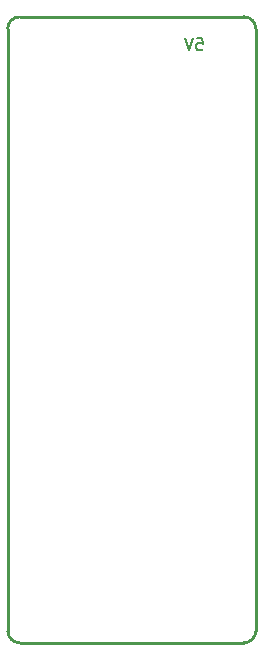
<source format=gbr>
%TF.GenerationSoftware,KiCad,Pcbnew,8.0.5*%
%TF.CreationDate,2024-11-21T15:57:14+01:00*%
%TF.ProjectId,sdiskII_stm32,73646973-6b49-4495-9f73-746d33322e6b,rev?*%
%TF.SameCoordinates,Original*%
%TF.FileFunction,Legend,Bot*%
%TF.FilePolarity,Positive*%
%FSLAX46Y46*%
G04 Gerber Fmt 4.6, Leading zero omitted, Abs format (unit mm)*
G04 Created by KiCad (PCBNEW 8.0.5) date 2024-11-21 15:57:14*
%MOMM*%
%LPD*%
G01*
G04 APERTURE LIST*
%ADD10C,0.203200*%
%ADD11C,0.250000*%
G04 APERTURE END LIST*
D10*
X167160601Y-87883453D02*
X167644411Y-87883453D01*
X167644411Y-87883453D02*
X167692792Y-88367263D01*
X167692792Y-88367263D02*
X167644411Y-88318882D01*
X167644411Y-88318882D02*
X167547649Y-88270501D01*
X167547649Y-88270501D02*
X167305744Y-88270501D01*
X167305744Y-88270501D02*
X167208982Y-88318882D01*
X167208982Y-88318882D02*
X167160601Y-88367263D01*
X167160601Y-88367263D02*
X167112220Y-88464025D01*
X167112220Y-88464025D02*
X167112220Y-88705930D01*
X167112220Y-88705930D02*
X167160601Y-88802692D01*
X167160601Y-88802692D02*
X167208982Y-88851073D01*
X167208982Y-88851073D02*
X167305744Y-88899453D01*
X167305744Y-88899453D02*
X167547649Y-88899453D01*
X167547649Y-88899453D02*
X167644411Y-88851073D01*
X167644411Y-88851073D02*
X167692792Y-88802692D01*
X166821935Y-87883453D02*
X166483268Y-88899453D01*
X166483268Y-88899453D02*
X166144601Y-87883453D01*
D11*
%TO.C,\u03BCC1*%
X151170000Y-138069994D02*
X151170000Y-87070000D01*
X152170000Y-86070000D02*
X171170000Y-86070000D01*
X171170000Y-139070000D02*
X152170000Y-139069994D01*
X172170000Y-87070000D02*
X172170000Y-138070000D01*
X151169997Y-87069997D02*
G75*
G02*
X152170000Y-86070000I999999J-2D01*
G01*
X152169997Y-139069997D02*
G75*
G02*
X151170000Y-138069994I2J999999D01*
G01*
X171170003Y-86070000D02*
G75*
G02*
X172170000Y-87070003I-3J-1000000D01*
G01*
X172170003Y-138070003D02*
G75*
G02*
X171170000Y-139070003I-1000003J3D01*
G01*
%TD*%
M02*

</source>
